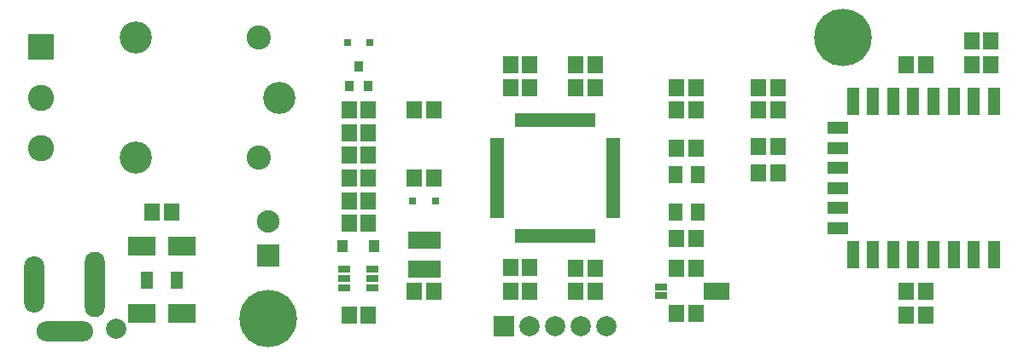
<source format=gts>
G04*
G04 #@! TF.GenerationSoftware,Altium Limited,Altium Designer,22.8.2 (66)*
G04*
G04 Layer_Color=8388736*
%FSLAX25Y25*%
%MOIN*%
G70*
G04*
G04 #@! TF.SameCoordinates,13EA9874-455B-4FA2-A727-6D6EF1C97DE0*
G04*
G04*
G04 #@! TF.FilePolarity,Negative*
G04*
G01*
G75*
%ADD34C,0.07874*%
%ADD35R,0.01981X0.05524*%
%ADD36R,0.05524X0.01981*%
%ADD37R,0.06115X0.06706*%
%ADD38R,0.05918X0.06706*%
%ADD39R,0.07887X0.04737*%
%ADD40R,0.04737X0.10642*%
%ADD41R,0.03123X0.02572*%
%ADD42R,0.03550X0.03943*%
%ADD43R,0.12611X0.06902*%
%ADD44R,0.04343X0.04540*%
%ADD45R,0.04731X0.02762*%
%ADD46R,0.10642X0.07493*%
%ADD47R,0.04737X0.07099*%
%ADD48R,0.10249X0.06706*%
%ADD49R,0.05721X0.07099*%
%ADD50C,0.10249*%
%ADD51R,0.10249X0.10249*%
%ADD52C,0.12611*%
%ADD53C,0.09461*%
%ADD54C,0.09461*%
%ADD55R,0.08800X0.08800*%
%ADD56C,0.08800*%
%ADD57O,0.07887X0.25603*%
%ADD58O,0.07887X0.22060*%
%ADD59O,0.22060X0.07887*%
%ADD60C,0.07887*%
%ADD61R,0.07887X0.07887*%
%ADD62C,0.22453*%
G54D34*
X39370Y7874D02*
D03*
G54D35*
X225394Y44291D02*
D03*
X223425D02*
D03*
X221457D02*
D03*
X219488D02*
D03*
X217520D02*
D03*
X215551D02*
D03*
X213583D02*
D03*
X211614D02*
D03*
X209646D02*
D03*
X207677D02*
D03*
X205709D02*
D03*
X203740D02*
D03*
X201772D02*
D03*
X199803D02*
D03*
X197835D02*
D03*
X195866D02*
D03*
Y89567D02*
D03*
X197835D02*
D03*
X199803D02*
D03*
X201772D02*
D03*
X203740D02*
D03*
X205709D02*
D03*
X207677D02*
D03*
X209646D02*
D03*
X211614D02*
D03*
X213583D02*
D03*
X215551D02*
D03*
X217520D02*
D03*
X219488D02*
D03*
X221457D02*
D03*
X223425D02*
D03*
X225394D02*
D03*
G54D36*
X187992Y52165D02*
D03*
Y54134D02*
D03*
Y56102D02*
D03*
Y58071D02*
D03*
Y60039D02*
D03*
Y62008D02*
D03*
Y63976D02*
D03*
Y65945D02*
D03*
Y67913D02*
D03*
Y69882D02*
D03*
Y71850D02*
D03*
Y73819D02*
D03*
Y75787D02*
D03*
Y77756D02*
D03*
Y79724D02*
D03*
Y81693D02*
D03*
X233268D02*
D03*
Y79724D02*
D03*
Y77756D02*
D03*
Y75787D02*
D03*
Y73819D02*
D03*
Y71850D02*
D03*
Y69882D02*
D03*
Y67913D02*
D03*
Y65945D02*
D03*
Y63976D02*
D03*
Y62008D02*
D03*
Y60039D02*
D03*
Y58071D02*
D03*
Y56102D02*
D03*
Y54134D02*
D03*
Y52165D02*
D03*
G54D37*
X200591Y31988D02*
D03*
X193110D02*
D03*
X297539Y79232D02*
D03*
X290059D02*
D03*
X347638Y111221D02*
D03*
X355118D02*
D03*
X355118Y13287D02*
D03*
X347638D02*
D03*
X355118Y22638D02*
D03*
X347638D02*
D03*
X373228Y120571D02*
D03*
X380709D02*
D03*
X137598Y75787D02*
D03*
X130118D02*
D03*
X137598Y66929D02*
D03*
X130118D02*
D03*
X130118Y93504D02*
D03*
X137598D02*
D03*
X137598Y84646D02*
D03*
X130118D02*
D03*
X226181Y111221D02*
D03*
X218701D02*
D03*
X218701Y22638D02*
D03*
X226181D02*
D03*
X163189Y93504D02*
D03*
X155709D02*
D03*
G54D38*
X290059Y68898D02*
D03*
X297539D02*
D03*
X290059Y93504D02*
D03*
X297539D02*
D03*
X290059Y102362D02*
D03*
X297539D02*
D03*
X373228Y111221D02*
D03*
X380709D02*
D03*
X155709Y22638D02*
D03*
X163189D02*
D03*
X130118Y58071D02*
D03*
X137598D02*
D03*
X130118Y49213D02*
D03*
X137598D02*
D03*
X53347Y53642D02*
D03*
X60827D02*
D03*
X130118Y13287D02*
D03*
X137598D02*
D03*
X200591Y22638D02*
D03*
X193110D02*
D03*
X163189Y66929D02*
D03*
X155709D02*
D03*
X200591Y111221D02*
D03*
X193110D02*
D03*
X218701Y31496D02*
D03*
X226181D02*
D03*
X200591Y102362D02*
D03*
X193110D02*
D03*
X226181D02*
D03*
X218701D02*
D03*
X265551D02*
D03*
X258071D02*
D03*
X265551Y31496D02*
D03*
X258071D02*
D03*
X265551Y13780D02*
D03*
X258071D02*
D03*
X265551Y78740D02*
D03*
X258071D02*
D03*
Y43307D02*
D03*
X265551D02*
D03*
Y93504D02*
D03*
X258071D02*
D03*
G54D39*
X320866Y86614D02*
D03*
Y78740D02*
D03*
Y70866D02*
D03*
Y62992D02*
D03*
Y55118D02*
D03*
Y47244D02*
D03*
D03*
G54D40*
X381890Y96850D02*
D03*
Y37008D02*
D03*
X374016D02*
D03*
X366142D02*
D03*
X358268D02*
D03*
X350394D02*
D03*
X342520D02*
D03*
X334646D02*
D03*
X326772D02*
D03*
Y96850D02*
D03*
X334646D02*
D03*
X342520D02*
D03*
X350394D02*
D03*
X358268D02*
D03*
X366142D02*
D03*
X374016D02*
D03*
G54D41*
X129429Y120079D02*
D03*
X138287D02*
D03*
X163878Y58071D02*
D03*
X155020D02*
D03*
G54D42*
X137598Y102854D02*
D03*
X133858Y110728D02*
D03*
X130118Y102854D02*
D03*
G54D43*
X159449Y42520D02*
D03*
Y31299D02*
D03*
G54D44*
X140059Y40354D02*
D03*
X127657D02*
D03*
G54D45*
X139370Y31299D02*
D03*
Y27559D02*
D03*
Y23819D02*
D03*
X128347D02*
D03*
Y27559D02*
D03*
Y31299D02*
D03*
X251870Y24409D02*
D03*
Y20866D02*
D03*
G54D46*
X49213Y40354D02*
D03*
X64961D02*
D03*
X49213Y13780D02*
D03*
X64961D02*
D03*
G54D47*
X51181Y27067D02*
D03*
X62992D02*
D03*
G54D48*
X273721Y22638D02*
D03*
G54D49*
X257480Y53740D02*
D03*
X266142Y68307D02*
D03*
X257480D02*
D03*
X266142Y53740D02*
D03*
G54D50*
X9843Y78740D02*
D03*
Y98425D02*
D03*
G54D51*
Y118110D02*
D03*
G54D52*
X102756Y98425D02*
D03*
X46850Y122047D02*
D03*
Y74803D02*
D03*
G54D53*
X94882Y122047D02*
D03*
G54D54*
Y74803D02*
D03*
G54D55*
X98425Y36557D02*
D03*
G54D56*
Y50057D02*
D03*
G54D57*
X31004Y25394D02*
D03*
G54D58*
X7382D02*
D03*
G54D59*
X19193Y6890D02*
D03*
G54D60*
X200630Y8858D02*
D03*
X210630D02*
D03*
X220630D02*
D03*
X230630D02*
D03*
G54D61*
X190630D02*
D03*
G54D62*
X322835Y122047D02*
D03*
X98425Y11811D02*
D03*
M02*

</source>
